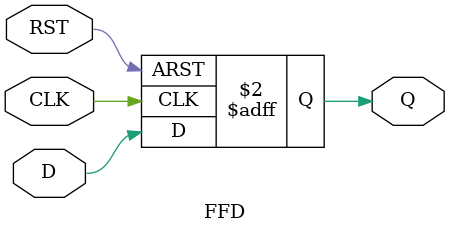
<source format=sv>
`timescale 1ns / 1ps

module FFD(CLK,D,Q, RST); //Se escriben las entradas y las salidas
		input CLK,D, RST; // se escriben las entradas
		output logic Q; //se escriben las salidas
	
	always@(posedge CLK or posedge RST) 
	if (RST) 
	   Q <= 0;
	
	else
	   Q <= D; 
	   
	
endmodule

</source>
